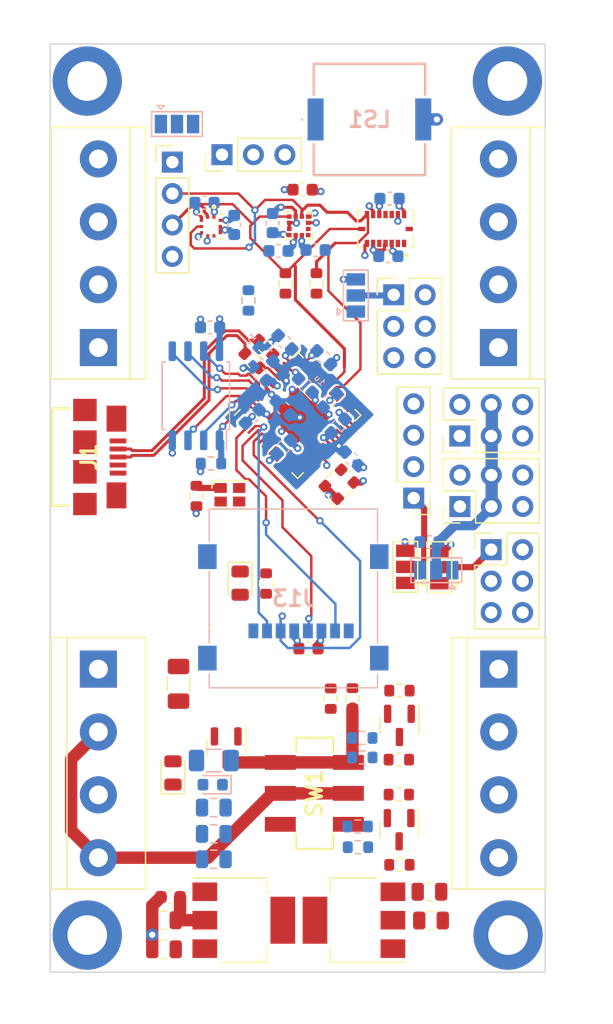
<source format=kicad_pcb>
(kicad_pcb (version 20221018) (generator pcbnew)
  (layers (0 "F.Cu" signal) (1 "In1.Cu" signal) (2 "In2.Cu" signal) (31 "B.Cu" signal) (34 "B.Paste" user) (35 "F.Paste" user) (36 "B.SilkS" user "B.Silkscreen") (37 "F.SilkS" user "F.Silkscreen") (38 "B.Mask" user) (39 "F.Mask" user) (44 "Edge.Cuts" user))
  (net 0 "")
  (net 1 "+12V")
  (net 2 "GND")
  (net 3 "+3V3")
  (net 4 "+5V")
  (net 5 "/SERVO PWR")
  (net 6 "Net-(U3-C1)")
  (net 7 "+1V1")
  (net 8 "VBUS")
  (net 9 "Net-(D2-A)")
  (net 10 "Net-(D3-A)")
  (net 11 "/LEDRED")
  (net 12 "/LEDGREEN")
  (net 13 "/LEDBLUE")
  (net 14 "Net-(Q1-S)")
  (net 15 "+12P")
  (net 16 "Net-(F2-Pad2)")
  (net 17 "/USB_D-")
  (net 18 "/USB_D+")
  (net 20 "/GPIO26")
  (net 21 "+BATT")
  (net 22 "/SPI PWR")
  (net 23 "/SPI0 SCLK")
  (net 24 "/SPI0 MOSI")
  (net 25 "/SPI0 MISO")
  (net 26 "/BRKOUT CS")
  (net 27 "/PYRO PWR")
  (net 28 "/P2-")
  (net 29 "/P1-")
  (net 30 "/SWD PWR")
  (net 31 "/SWCLK")
  (net 32 "/SWD")
  (net 33 "/RUN")
  (net 34 "/SERVO4")
  (net 35 "/SERVO3")
  (net 36 "/SERVO2")
  (net 37 "/SERVO1")
  (net 38 "/I2C PWR")
  (net 39 "/I2C1 SDA")
  (net 40 "/I2C1 SCL")
  (net 41 "/UART PWR")
  (net 42 "/UART0 TX")
  (net 43 "/UART0 RX")
  (net 44 "/BOOTSEL")
  (net 46 "/SD CS")
  (net 52 "/BUZZER")
  (net 53 "/P2 EN")
  (net 54 "Net-(Q2-D)")
  (net 55 "/P1 EN")
  (net 56 "Net-(Q3-D)")
  (net 57 "/P1 CONT")
  (net 58 "/P2 CONT")
  (net 59 "/BATT SENSE")
  (net 60 "/QSPI_SS")
  (net 61 "Net-(U6-USB_DP)")
  (net 62 "Net-(U6-USB_DM)")
  (net 65 "/MAG INT")
  (net 66 "/MAG DRDY")
  (net 67 "/BARO INT")
  (net 68 "/QSPI_SD1")
  (net 69 "/QSPI_SD2")
  (net 70 "/QSPI_SDO")
  (net 71 "/QSPI_SCLK")
  (net 72 "/QSPI_SD3")
  (net 73 "/XIN")
  (net 75 "/ACCEL INT1")
  (net 76 "/ACCEL INT2")
  (net 77 "/GYRO INT3")
  (net 78 "/GYRO INT4")
  (net 81 "+12VA")
  (footprint "Connector_PinHeader_2.54mm:PinHeader_2x03_P2.54mm_Vertical" (layer "F.Cu") (at 135.535 103.01)
    (fp_text reference "J4")
    (fp_text value "Conn_02x03_Odd_Even")
  )
  (footprint "Connector_PinHeader_2.54mm:PinHeader_1x03_P2.54mm_Vertical" (layer "F.Cu") (at 113.785 71.1 90)
    (fp_text reference "J12")
    (fp_text value "Conn_01x03")
  )
  (footprint "Diode_SMD:D_0805_2012Metric" (layer "F.Cu") (at 109.825 121.05 90)
    (fp_text reference "D1")
    (fp_text value "D_Small")
  )
  (footprint "SnapEDA Library:XDCR_BMP390L" (layer "F.Cu") (at 112.8875 76.9)
    (fp_text reference "U4")
    (fp_text value "BMP390L")
  )
  (footprint "Package_TO_SOT_SMD:SOT-23" (layer "F.Cu") (at 128.1 125.6375 -90)
    (fp_text reference "Q3")
    (fp_text value "BSS138")
  )
  (footprint "Capacitor_SMD:C_0603_1608Metric" (layer "F.Cu") (at 120.775 111 180)
    (fp_text reference "C14")
    (fp_text value "1u")
  )
  (footprint "Package_TO_SOT_SMD:SOT-223-3_TabPin2" (layer "F.Cu") (at 115.55 132.95)
    (fp_text reference "U1")
    (fp_text value "AZ1117-3.3")
  )
  (footprint "Package_LGA:LGA-12_2x2mm_P0.5mm" (layer "F.Cu") (at 119.9875 76.85)
    (fp_text reference "U3")
    (fp_text value "LIS3MDL")
  )
  (footprint "Connector_PinHeader_2.54mm:PinHeader_1x04_P2.54mm_Vertical" (layer "F.Cu") (at 109.775 71.7)
    (fp_text reference "J10")
    (fp_text value "Conn_01x04")
  )
  (footprint "LED_SMD:LED_0805_2012Metric" (layer "F.Cu") (at 115.25 105.7125 -90)
    (fp_text reference "D2")
    (fp_text value "LED")
  )
  (footprint "Resistor_SMD:R_0603_1608Metric" (layer "F.Cu") (at 128.125 114.4)
    (fp_text reference "R2")
    (fp_text value "470R")
  )
  (footprint "TerminalBlock:TerminalBlock_bornier-4_P5.08mm" (layer "F.Cu") (at 136.15 112.66 -90)
    (fp_text reference "J6")
    (fp_text value "Screw_Terminal_01x04")
  )
  (footprint "Capacitor_SMD:C_0805_2012Metric" (layer "F.Cu") (at 130.55 130.65)
    (fp_text reference "C4")
    (fp_text value "10u")
  )
  (footprint "Resistor_SMD:R_0603_1608Metric" (layer "F.Cu") (at 128.075 119.975 180)
    (fp_text reference "R4")
    (fp_text value "10R")
  )
  (footprint "Connector_PinHeader_2.54mm:PinHeader_1x04_P2.54mm_Vertical" (layer "F.Cu") (at 129.275 98.845 180)
    (fp_text reference "J11")
    (fp_text value "Conn_01x04")
  )
  (footprint "SamacSys_Parts:JS202011SCQN" (layer "F.Cu") (at 121.25 122.7 90)
    (fp_text reference "SW1")
    (fp_text value "SW_Push_DPDT" hide)
  )
  (footprint "MountingHole:MountingHole_3.2mm_M3_DIN965_Pad" (layer "F.Cu") (at 136.9 134.15)
    (fp_text reference "H3")
    (fp_text value "MountingHole_Pad")
  )
  (footprint "Resistor_SMD:R_0603_1608Metric" (layer "F.Cu") (at 124.325 115.025 90)
    (fp_text reference "R10")
    (fp_text value "20k")
  )
  (footprint "TerminalBlock:TerminalBlock_bornier-4_P5.08mm" (layer "F.Cu") (at 103.8 112.66 -90)
    (fp_text reference "J3")
    (fp_text value "Screw_Terminal_01x04")
  )
  (footprint "MountingHole:MountingHole_3.2mm_M3_DIN965_Pad" (layer "F.Cu") (at 102.9 134.15)
    (fp_text reference "H4")
    (fp_text value "MountingHole_Pad")
  )
  (footprint "Resistor_SMD:R_0603_1608Metric" (layer "F.Cu") (at 128.075 122.8)
    (fp_text reference "R3")
    (fp_text value "470R")
  )
  (footprint "MountingHole:MountingHole_3.2mm_M3_DIN965_Pad" (layer "F.Cu") (at 136.85 65.15)
    (fp_text reference "H2")
    (fp_text value "MountingHole_Pad")
  )
  (footprint "Oscillator:Oscillator_SMD_ECS_2520MV-xxx-xx-4Pin_2.5x2.0mm" (layer "F.Cu") (at 123.275 97.725 135)
    (fp_text reference "X1")
    (fp_text value "ECS-2520MV-xxx-xx")
  )
  (footprint "Package_TO_SOT_SMD:SOT-23" (layer "F.Cu") (at 114.125 119.0375 -90)
    (fp_text reference "Q1")
    (fp_text value "AO3401A")
  )
  (footprint "TerminalBlock:TerminalBlock_bornier-4_P5.08mm" (layer "F.Cu") (at 136.125 86.68 90)
    (fp_text reference "J5")
    (fp_text value "Screw_Terminal_01x04")
  )
  (footprint "Resistor_SMD:R_0603_1608Metric" (layer "F.Cu") (at 121.425 81.5 90)
    (fp_text reference "R18")
    (fp_text value "2k2")
  )
  (footprint "Package_TO_SOT_SMD:SOT-223-3_TabPin2" (layer "F.Cu") (at 124.45 132.95 180)
    (fp_text reference "U2")
    (fp_text value "AZ1117-5.0")
  )
  (footprint "Resistor_SMD:R_0603_1608Metric" (layer "F.Cu") (at 111.725 98.675 -90)
    (fp_text reference "R12")
    (fp_text value "R_Small")
  )
  (footprint "Capacitor_SMD:C_0805_2012Metric" (layer "F.Cu") (at 130.675 132.975)
    (fp_text reference "C8")
    (fp_text value "22u")
  )
  (footprint "Jumper:SolderJumper-3_P1.3mm_Open_Pad1.0x1.5mm" (layer "F.Cu") (at 128.6 104.4 90)
    (fp_text reference "JP4")
    (fp_text value "SolderJumper_3_Open")
  )
  (footprint "SnapEDA Library:PQFN50P450X300X100-16N" (layer "F.Cu") (at 127 77.1 180)
    (fp_text reference "U7")
    (fp_text value "BMI088")
  )
  (footprint "Resistor_SMD:R_0603_1608Metric" (layer "F.Cu") (at 117.35 105.75 90)
    (fp_text reference "R1")
    (fp_text value "1k")
  )
  (footprint "Capacitor_SMD:C_0603_1608Metric" (layer "F.Cu") (at 109.625 131.075 180)
    (fp_text reference "C3")
    (fp_text value "1u")
  )
  (footprint "Capacitor_SMD:C_0805_2012Metric" (layer "F.Cu") (at 109.1 132.95 180)
    (fp_text reference "C2")
    (fp_text value "22u")
  )
  (footprint "Resistor_SMD:R_0603_1608Metric" (layer "F.Cu") (at 118.915 81.5 90)
    (fp_text reference "R17")
    (fp_text value "2k2")
  )
  (footprint "MountingHole:MountingHole_3.2mm_M3_DIN965_Pad" (layer "F.Cu") (at 102.9 65.15)
    (fp_text reference "H1")
    (fp_text value "MountingHole_Pad")
  )
  (footprint "SamacSys_Parts:101181920001LF" (layer "F.Cu") (at 102.825 95.525 -90)
    (fp_text reference "J1")
    (fp_text value "USB_B_Micro" hide)
  )
  (footprint "Resistor_SMD:R_0603_1608Metric" (layer "F.Cu") (at 116.225 87.741637 -45)
    (fp_text reference "R15")
    (fp_text value "27R")
  )
  (footprint "Connector_PinHeader_2.54mm:PinHeader_2x03_P2.54mm_Vertical" (layer "F.Cu") (at 133.01 99.525 90)
    (fp_text reference "J9")
    (fp_text value "Conn_02x03_Odd_Even")
  )
  (footprint "Package_DFN_QFN:QFN-56-1EP_7x7mm_P0.4mm_EP3.2x3.2mm" (layer "F.Cu") (at 119.9 92.15 45)
    (fp_text reference "U6")
    (fp_text value "RP2040")
  )
  (footprint "LED_SMD:LED_Cree-PLCC4_2x2mm_CW" (layer "F.Cu") (at 114.425 98.575)
    (fp_text reference "D3")
    (fp_text value "CLV1L-FKB")
  )
  (footprint "TerminalBlock:TerminalBlock_bornier-4_P5.08mm" (layer "F.Cu") (at 103.8 86.68 90)
    (fp_text reference "J2")
    (fp_text value "Screw_Terminal_01x04")
  )
  (footprint "Connector_PinHeader_2.54mm:PinHeader_2x03_P2.54mm_Vertical" (layer "F.Cu") (at 127.66 82.42)
    (fp_text reference "J7")
    (fp_text value "Conn_02x03_Odd_Even")
  )
  (footprint "Capacitor_SMD:C_0805_2012Metric" (layer "F.Cu") (at 109.1 135.3 180)
    (fp_text reference "C1")
    (fp_text value "10u")
  )
  (footprint "Fuse:Fuse_1206_3216Metric" (layer "F.Cu") (at 110.275 113.85 90)
    (fp_text reference "F1")
    (fp_text value "2a")
  )
  (footprint "Package_TO_SOT_SMD:SOT-23" (layer "F.Cu") (at 128.125 117.2125 -90)
    (fp_text reference "Q2")
    (fp_text value "BSS138")
  )
  (footprint "Connector_PinHeader_2.54mm:PinHeader_2x03_P2.54mm_Vertical" (layer "F.Cu") (at 133 93.825 90)
    (fp_text reference "J8")
    (fp_text value "Conn_02x03_Odd_Even")
  )
  (footprint "Jumper:SolderJumper-3_P1.3mm_Open_Pad1.0x1.5mm" (layer "F.Cu") (at 131.35 104.425 90)
    (fp_text reference "JP3")
    (fp_text value "SolderJumper_3_Open")
  )
  (footprint "Resistor_SMD:R_0603_1608Metric" (layer "F.Cu") (at 128.125 128.475 180)
    (fp_text reference "R5")
    (fp_text value "10R")
  )
  (footprint "Resistor_SMD:R_0603_1608Metric" (layer "F.Cu") (at 117.306676 86.675 135)
    (fp_text reference "R16")
    (fp_text value "27R")
  )
  (footprint "Capacitor_SMD:C_0603_1608Metric" (layer "F.Cu") (at 120.3 73.925 180)
    (fp_text reference "C10")
    (fp_text value "1u")
  )
  (footprint "Resistor_SMD:R_0603_1608Metric" (layer "F.Cu") (at 122.575 115.05 -90)
    (fp_text reference "R11")
    (fp_text value "6k")
  )
  (footprint "Jumper:SolderJumper-3_P1.3mm_Open_Pad1.0x1.5mm" (layer "B.Cu") (at 124.6 82.475 90)
    (fp_text reference "JP5")
    (fp_text value "SolderJumper_3_Open")
  )
  (footprint "Capacitor_SMD:C_0603_1608Metric" (layer "B.Cu") (at 127.325 74.65)
    (fp_text reference "C26")
    (fp_text value "100nf")
  )
  (footprint "Capacitor_SMD:C_0603_1608Metric" (layer "B.Cu") (at 117.875 76.625 90)
    (fp_text reference "C12")
    (fp_text value "100n")
  )
  (footprint "Capacitor_SMD:C_0603_1608Metric" (layer "B.Cu") (at 122.5 90.95 -135)
    (fp_text reference "C25")
    (fp_text value "100n")
  )
  (footprint "Package_SO:SOIC-8_5.23x5.23mm_P1.27mm" (layer "B.Cu") (at 111.675 90.575 90)
    (fp_text reference "U5")
    (fp_text value "W25Q128JVS")
  )
  (footprint "Capacitor_SMD:C_0603_1608Metric" (layer "B.Cu") (at 121.35 78.8)
    (fp_text reference "C13")
    (fp_text value "100n")
  )
  (footprint "Resistor_SMD:R_0603_1608Metric" (layer "B.Cu") (at 125.125 119.8)
    (fp_text reference "R7")
    (fp_text value "6k")
  )
  (footprint "Capacitor_SMD:C_0603_1608Metric" (layer "B.Cu") (at 127.225 79.3 180)
    (fp_text reference "C28")
    (fp_text value "100nf")
  )
  (footprint "Capacitor_SMD:C_0603_1608Metric" (layer "B.Cu") (at 112.375 74.975 180)
    (fp_text reference "C16")
    (fp_text value "100n")
  )
  (footprint "Capacitor_SMD:C_0603_1608Metric" (layer "B.Cu") (at 118.35 78.875 180)
    (fp_text reference "C11")
    (fp_text value "100n")
  )
  (footprint "Capacitor_SMD:C_0603_1608Metric" (layer "B.Cu") (at 112.825 85.05 180)
    (fp_text reference "C18")
    (fp_text value "100n")
  )
  (footprint "Jumper:SolderJumper-3_P1.3mm_Open_Pad1.0x1.5mm" (layer "B.Cu") (at 110.15 68.625)
    (fp_text reference "JP2")
    (fp_text value "SolderJumper_3_Open")
  )
  (footprint "SamacSys_Parts:MEM20670218000A" (layer "B.Cu") (at 119.55 111.775 180)
    (fp_text reference "J13")
    (fp_text value "MEM2067-02-180-00-A" hide)
  )
  (footprint "Resistor_SMD:R_0603_1608Metric" (layer "B.Cu") (at 124.775 127.05 180)
    (fp_text reference "R8")
    (fp_text value "20k")
  )
  (footprint "Capacitor_SMD:C_0805_2012Metric" (layer "B.Cu") (at 113.125 128.025)
    (fp_text reference "C5")
    (fp_text value "10u")
  )
  (footprint "Resistor_SMD:R_0603_1608Metric" (layer "B.Cu") (at 115.925 82.875 90)
    (fp_text reference "R13")
    (fp_text value "1k")
  )
  (footprint "SamacSys_Parts:PKMCS0909E4000R1" (layer "B.Cu") (at 125.7 68.25)
    (fp_text reference "LS1")
    (fp_text value "PKMCS0909E4000-R1" hide)
  )
  (footprint "Resistor_SMD:R_0603_1608Metric" (layer "B.Cu") (at 125.125 118.225 180)
    (fp_text reference "R6")
    (fp_text value "20k")
  )
  (footprint "Capacitor_SMD:C_0603_1608Metric" (layer "B.Cu") (at 122 87.5 -45)
    (fp_text reference "C23")
    (fp_text value "100n")
  )
  (footprint "Capacitor_SMD:C_0603_1608Metric" (layer "B.Cu") (at 123.175 93.025 45)
    (fp_text reference "C30")
    (fp_text value "100n")
  )
  (footprint "Jumper:SolderJumper-3_P1.3mm_Open_Pad1.0x1.5mm" (layer "B.Cu") (at 131.1 104.675 180)
    (fp_text reference "JP1")
    (fp_text value "SolderJumper_3_Open")
  )
  (footprint "Capacitor_SMD:C_0603_1608Metric" (layer "B.Cu") (at 116.225 92.25 45)
    (fp_text reference "C29")
    (fp_text value "100n")
  )
  (footprint "Capacitor_SMD:C_0603_1608Metric" (layer "B.Cu") (at 118.725 91.575 -45)
    (fp_text reference "C17")
    (fp_text value "100n")
  )
  (footprint "Fuse:Fuse_1206_3216Metric" (layer "B.Cu") (at 113.125 120.05)
    (fp_text reference "F2")
    (fp_text value "200ma")
  )
  (footprint "Resistor_SMD:R_0603_1608Metric" (layer "B.Cu") (at 112.9 96.05)
    (fp_text reference "R14")
    (fp_text value "DNF")
  )
  (footprint "Capacitor_SMD:C_0603_1608Metric" (layer "B.Cu") (at 114.775 76.775 -90)
    (fp_text reference "C19")
    (fp_text value "100n")
  )
  (footprint "Capacitor_SMD:C_0603_1608Metric" (layer "B.Cu") (at 124.275 95.675 -45)
    (fp_text reference "C15")
    (fp_text value "100n")
  )
  (footprint "Diode_SMD:D_0603_1608Metric" (layer "B.Cu") (at 113.0375 122 180)
    (fp_text reference "FB1")
    (fp_text value "FerriteBead_Small")
  )
  (footprint "Capacitor_SMD:C_0603_1608Metric" (layer "B.Cu") (at 130.55 102.4 180)
    (fp_text reference "C9")
    (fp_text value "1u")
  )
  (footprint "Capacitor_SMD:C_0805_2012Metric" (layer "B.Cu") (at 113.125 125.975)
    (fp_text reference "C6")
    (fp_text value "10u")
  )
  (footprint "Capacitor_SMD:C_0603_1608Metric" (layer "B.Cu") (at 117.35 87.225 135)
    (fp_text reference "C20")
    (fp_text value "1u")
  )
  (footprint "Resistor_SMD:R_0603_1608Metric" (layer "B.Cu") (at 124.749999 125.375)
    (fp_text reference "R9")
    (fp_text value "6k")
  )
  (footprint "Capacitor_SMD:C_0603_1608Metric" (layer "B.Cu") (at 118.875 86.25 135)
    (fp_text reference "C27")
    (fp_text value "100n")
  )
  (footprint "Capacitor_SMD:C_0603_1608Metric" (layer "B.Cu") (at 116.826992 88.801992 135)
    (fp_text reference "C22")
    (fp_text value "100n")
  )
  (footprint "Capacitor_SMD:C_0805_2012Metric" (layer "B.Cu") (at 113.125 123.85)
    (fp_text reference "C7")
    (fp_text value "1u")
  )
  (footprint "Capacitor_SMD:C_0603_1608Metric" (layer "B.Cu") (at 120.525 89.75 -45)
    (fp_text reference "C21")
    (fp_text value "1u")
  )
  (footprint "Capacitor_SMD:C_0603_1608Metric" (layer "B.Cu") (at 118.775 94.7 45)
    (fp_text reference "C24")
    (fp_text value "100n")
  )
  (gr_rect locked (start 99.9 62.15) (end 139.9 137.15) (stroke (width 0.1)) (fill none) (layer "Edge.Cuts"))
  (gr_text "1u\n" (at 116.675 85.825 45) (layer "B.SilkS") (effects (font (size 0.5 0.5) (thickness 0.1) bold) (justify left bottom mirror)))
  (gr_text "1u\n" (at 121.85 89.9 -45) (layer "B.SilkS") (effects (font (size 0.5 0.5) (thickness 0.1) bold) (justify left bottom mirror)))
  (segment (start 118.5 120.2) (end 124 120.2) (width 1) (layer "F.Cu") (net 1))
  (segment (start 114.625 120.2) (end 118.5 120.2) (width 1) (layer "F.Cu") (net 1))
  (segment (start 124.325 119.875) (end 124 120.2) (width 1) (layer "F.Cu") (net 1))
  (segment (start 124.325 115.85) (end 124.325 119.875) (width 1) (layer "F.Cu") (net 1))
  (segment (start 114.625 120.2) (end 114.5 120.075) (width 1) (layer "F.Cu") (net 1))
  (segment (start 119.463754 91.713754) (end 119.9 92.15) (width 0.5) (layer "F.Cu") (net 2))
  (segment (start 119.463754 90.066376) (end 119.463754 91.713754) (width 0.5) (layer "F.Cu") (net 2))
  (segment (start 122.175 92.325) (end 122.425 92.075) (width 0.5) (layer "F.Cu") (net 2))
  (segment (start 128.5 75.935) (end 128.5 75.640498) (width 0.254) (layer "F.Cu") (net 2))
  (segment (start 127 78.265) (end 126.902 78.363) (width 0.254) (layer "F.Cu") (net 2))
  (segment (start 108.175 131.75) (end 108.15 131.75) (width 1) (layer "F.Cu") (net 2))
  (segment (start 126 75.641805) (end 125.685573 75.327378) (width 0.254) (layer "F.Cu") (net 2))
  (segment (start 119.7375 76.404) (end 119.7375 76.0875) (width 0.254) (layer "F.Cu") (net 2))
  (segment (start 126.902 78.363) (end 126.902 78.787) (width 0.254) (layer "F.Cu") (net 2))
  (segment (start 121.623573 95.287786) (end 122.25 95.914213) (width 0.2) (layer "F.Cu") (net 2))
  (segment (start 108.15 135.3) (end 108.15 132.95) (width 1) (layer "F.Cu") (net 2))
  (segment (start 118.825 73.925) (end 119.525 73.925) (width 0.5) (layer "F.Cu") (net 2))
  (segment (start 120.075 92.325) (end 122.175 92.325) (width 0.5) (layer "F.Cu") (net 2))
  (segment (start 119.725 92.325) (end 118.6 93.45) (width 0.5) (layer "F.Cu") (net 2))
  (segment (start 119.8 76.4665) (end 119.7375 76.404) (width 0.254) (layer "F.Cu") (net 2))
  (segment (start 128.5 75.640498) (end 128.1 75.240498) (width 0.254) (layer "F.Cu") (net 2))
  (segment (start 112.125 77.4) (end 112.125 77.46145) (width 0.254) (layer "F.Cu") (net 2))
  (segment (start 126.006932 78.271932) (end 126 78.265) (width 0.254) (layer "F.Cu") (net 2))
  (segment (start 119.7375 75.646) (end 119.4415 75.35) (width 0.254) (layer "F.Cu") (net 2))
  (segment (start 117.675 92.325) (end 117.4 92.05) (width 0.5) (layer "F.Cu") (net 2))
  (segment (start 126.902 78.787) (end 126.887268 78.801732) (width 0.254) (layer "F.Cu") (net 2))
  (segment (start 125.685573 75.327378) (end 125.685573 75.240638) (width 0.254) (layer "F.Cu") (net 2))
  (segment (start 120.075 92.325) (end 119.725 92.325) (width 0.5) (layer "F.Cu") (net 2))
  (segment (start 122.25 95.914213) (end 122.25 96.2) (width 0.2) (layer "F.Cu") (net 2))
  (segment (start 119.8 76.625) (end 119.775 76.6) (width 0.254) (layer "F.Cu") (net 2))
  (segment (start 114.014581 77.175) (end 114.024042 77.184461) (width 0.254) (layer "F.Cu") (net 2))
  (segment (start 124.441726 97.583579) (end 125.066421 97.583579) (width 0.5) (layer "F.Cu") (net 2))
  (segment (start 119.7375 76.0875) (end 119.7375 75.646) (width 0.254) (layer "F.Cu") (net 2))
  (segment (start 119.775 76.6) (end 119.225 76.6) (width 0.254) (layer "F.Cu") (net 2))
  (segment (start 119.5415 76.6) (end 119.5415 76.6) (width 0.254) (layer "F.Cu") (net 2))
  (segment (start 113.65 76.9) (end 113.65 77.175) (width 0.254) (layer "F.Cu") (net 2))
  (segment (start 119.225 76.6) (end 119.225 77.083145) (width 0.254) (layer "F.Cu") (net 2))
  (segment (start 120.075 92.325) (end 117.675 92.325) (width 0.5) (layer "F.Cu") (net 2))
  (segment (start 113.65 77.175) (end 113.65 77.4) (width 0.254) (layer "F.Cu") (net 2))
  (segment (start 120.075 92.325) (end 121.25 91.15) (width 0.5) (layer "F.Cu") (net 2))
  (segment (start 108.15 131.75) (end 108.15 132.95) (width 1) (layer "F.Cu") (net 2))
  (segment (start 113.65 77.175) (end 114.014581 77.175) (width 0.254) (layer "F.Cu") (net 2))
  (segment (start 112.125 76.125) (end 111.725 75.725) (width 0.254) (layer "F.Cu") (net 2))
  (segment (start 126.887268 78.801732) (end 126.006932 78.801732) (width 0.254) (layer "F.Cu") (net 2))
  (segment (start 112.125 76.4) (end 112.125 76.125) (width 0.254) (layer "F.Cu") (net 2))
  (segment (start 119.4415 75.35) (end 118.55 75.35) (width 0.254) (layer "F.Cu") (net 2))
  (segment (start 121.55 111) (end 121.55 110.55) (width 0.5) (layer "F.Cu") (net 2))
  (segment (start 108.85 131.075) (end 108.175 131.75) (width 1) (layer "F.Cu") (net 2))
  (segment (start 119.8 76.625) (end 119.8 76.4665) (width 0.254) (layer "F.Cu") (net 2))
  (segment (start 121.55 110.55) (end 121.75 110.35) (width 0.5) (layer "F.Cu") (net 2))
  (segment (start 125.066421 97.583579) (end 125.2 97.45) (width 0.5) (layer "F.Cu") (net 2))
  (segment (start 126 75.935) (end 126 75.641805) (width 0.254) (layer "F.Cu") (net 2))
  (segment (start 112.125 77.46145) (end 111.865811 77.720639) (width 0.254) (layer "F.Cu") (net 2))
  (segment (start 126.006932 78.801732) (end 126.006932 78.271932) (width 0.254) (layer "F.Cu") (net 2))
  (segment (start 120.75 76.6) (end 121.4 76.6) (width 0.254) (layer "F.Cu") (net 2))
  (via (at 114.024042 77.184461) (size 0.6) (drill 0.3) (layers "F.Cu" "B.Cu") (net 2))
  (via (at 112.05 84.4) (size 0.6) (drill 0.3) (layers "F.Cu" "B.Cu") (net 2))
  (via (at 121.75 110.35) (size 0.6) (drill 0.3) (layers "F.Cu" "B.Cu") (net 2))
  (via (at 119.9 94.825) (size 0.6) (drill 0.3) (layers "F.Cu" "B.Cu") (net 2))
  (via (at 121.325 90.925) (size 0.6) (drill 0.3) (layers "F.Cu" "B.Cu") (net 2))
  (via (at 111.725 75.725) (size 0.6) (drill 0.3) (layers "F.Cu" "B.Cu") (net 2))
  (via (at 108.15 134.125) (size 1) (drill 0.5) (layers "F.Cu" "B.Cu") (net 2))
  (via (at 117.723252 86.258424) (size 0.6) (drill 0.3) (layers "F.Cu" "B.Cu") (net 2))
  (via (at 125.685573 75.240638) (size 0.6) (drill 0.3) (layers "F.Cu" "B.Cu") (net 2))
  (via (at 119.8 76.625) (size 0.6) (drill 0.3) (layers "F.Cu" "B.Cu") (net 2))
  (via (at 109.775 95.2) (size 0.6) (drill 0.3) (layers "F.Cu" "B.Cu") (net 2))
  (via (at 111.865811 77.720639) (size 0.6) (drill 0.3) (layers "F.Cu" "B.Cu") (net 2))
  (via (at 123.25 91.925) (size 0.6) (drill 0.3) (layers "F.Cu" "B.Cu") (net 2))
  (via (at 122.425 92.075) (size 0.6) (drill 0.3) (layers "F.Cu" "B.Cu") (net 2))
  (via (at 125.2 97.45) (size 0.6) (drill 0.3) (layers "F.Cu" "B.Cu") (net 2))
  (via (at 115.5 88.35) (size 0.6) (drill 0.3) (layers "F.Cu" "B.Cu") (net 2))
  (via (at 122.25 96.2) (size 0.6) (drill 0.3) (layers "F.Cu" "B.Cu") (net 2))
  (via (at 123.05 87.5) (size 0.6) (drill 0.3) (layers "F.Cu" "B.Cu") (net 2))
  (via (at 119.463754 90.066376) (size 0.6) (drill 0.3) (layers "F.Cu" "B.Cu") (net 2))
  (via (at 125.225 96.375) (size 0.6) (drill 0.3) (layers "F.Cu" "B.Cu") (net 2))
  (via (at 117.4 92.05) (size 0.6) (drill 0.3) (layers "F.Cu" "B.Cu") (net 2))
  (via (at 118.825 73.925) (size 0.6) (drill 0.3) (layers "F.Cu" "B.Cu") (net 2))
  (via (at 121.4 76.6) (size 0.6) (drill 0.3) (layers "F.Cu" "B.Cu") (net 2))
  (via (at 118.6 93.45) (size 0.6) (drill 0.3) (layers "F.Cu" "B.Cu") (net 2))
  (via (at 126.006932 78.801732) (size 0.6) (drill 0.3) (layers "F.Cu" "B.Cu") (net 2))
  (via (at 128.1 75.240498) (size 0.6) (drill 0.3) (layers "F.Cu" "B.Cu") (net 2))
  (via (at 120.075 92.325) (size 0.6) (drill 0.3) (layers "F.Cu" "B.Cu") (net 2))
  (via (at 118.55 75.35) (size 0.6) (drill 0.3) (layers "F.Cu" "B.Cu") (net 2))
  (via (at 131.15 68.25) (size 1) (drill 0.5) (layers "F.Cu" "B.Cu") (net 2))
  (segment (start 126.006932 78.801732) (end 126.006932 78.856932) (width 0.5) (layer "B.Cu") (net 2))
  (segment (start 118.55 75.35) (end 118.375 75.35) (width 0.5) (layer "B.Cu") (net 2))
  (segment (start 122.548008 88.048008) (end 122.548008 88.001992) (width 0.5) (layer "B.Cu") (net 2))
  (segment (start 121.325 90.55) (end 121.073008 90.298008) (width 0.5) (layer "B.Cu") (net 2))
  (segment (start 114.409461 77.184461) (end 114.775 77.55) (width 0.5) (layer "B.Cu") (net 2))
  (segment (start 130.05 68.25) (end 131.15 68.25) (width 1) (layer "B.Cu") (net 2))
  (segment (start 117.2 92.05) (end 116.775 91.625) (width 0.5) (layer "B.Cu") (net 2))
  (segment (start 115.596016 88.253984) (end 116.278984 88.253984) (width 0.5) (layer "B.Cu") (net 2))
  (segment (start 123.723008 92.476992) (end 123.723008 92.398008) (width 0.5) (layer "B.Cu") (net 2))
  (segment (start 118.279684 85.701992) (end 117.723252 86.258424) (width 0.5) (layer "B.Cu") (net 2))
  (segment (start 118.326992 85.701992) (end 118.279684 85.701992) (width 0.5) (layer "B.Cu") (net 2))
  (segment (start 126.006932 78.856932) (end 126.45 79.3) (width 0.5) (layer "B.Cu") (net 2))
  (segment (start 121.901992 91.548008) (end 121.901992 91.551992) (width 0.5) (layer "B.Cu") (net 2))
  (segment (start 119.9 94.825) (end 119.323008 94.248008) (width 0.5) (layer "B.Cu") (net 2))
  (segment (start 114.024042 77.184461) (end 114.409461 77.184461) (width 0.5) (layer "B.Cu") (net 2))
  (segment (start 112.05 85.05) (end 112.05 84.4) (width 0.5) (layer "B.Cu") (net 2))
  (segment (start 123.723008 92.398008) (end 123.25 91.925) (width 0.5) (layer "B.Cu") (net 2))
  (segment (start 118.375 75.35) (end 117.875 75.85) (width 0.5) (layer "B.Cu") (net 2))
  (segment (start 121.75 110.35) (end 121.75 109.65) (width 0.5) (layer "B.Cu") (net 2))
  (segment (start 109.77 94.175) (end 109.77 95.195) (width 0.2) (layer "B.Cu") (net 2))
  (segment (start 111.725 75.1) (end 111.6 74.975) (width 0.5) (layer "B.Cu") (net 2))
  (segment (start 119.55 92.325) (end 119.298008 92.073008) (width 0.5) (layer "B.Cu") (net 2))
  (segment (start 120.075 92.325) (end 119.55 92.325) (width 0.5) (layer "B.Cu") (net 2))
  (segment (start 115.5 88.35) (end 115.596016 88.253984) (width 0.5) (layer "B.Cu") (net 2))
  (segment (start 109.77 95.195) (end 109.775 95.2) (width 0.2) (layer "B.Cu") (net 2))
  (segment (start 117.304684 86.676992) (end 117.723252 86.258424) (width 0.5) (layer "B.Cu") (net 2))
  (segment (start 128.1 75.240498) (end 128.1 74.65) (width 0.5) (layer "B.Cu") (net 2))
  (segment (start 121.325 90.925) (end 121.325 90.55) (width 0.5) (layer "B.Cu") (net 2))
  (segment (start 124.823008 95.973008) (end 125.225 96.375) (width 0.5) (layer "B.Cu") (net 2))
  (segment (start 121.75 109.65) (end 121.825 109.575) (width 0.5) (layer "B.Cu") (net 2))
  (segment (start 114.024042 77.184461) (end 114.059461 77.184461) (width 0.254) (layer "B.Cu") (net 2))
  (segment (start 122.548008 88.001992) (end 123.05 87.5) (width 0.5) (layer "B.Cu") (net 2))
  (segment (start 117.4 92.05) (end 117.2 92.05) (width 0.5) (layer "B.Cu") (net 2))
  (segment (start 121.901992 91.551992) (end 122.425 92.075) (width 0.5) (layer "B.Cu") (net 2))
  (segment (start 124.573008 95.973008) (end 124.823008 95.973008) (width 0.5) (layer "B.Cu") (net 2))
  (segment (start 111.725 75.725) (end 111.725 75.1) (width 0.5) (layer "B.Cu") (net 2))
  (segment (start 116.801992 86.676992) (end 117.304684 86.676992) (width 0.5) (layer "B.Cu") (net 2))
  (segment (start 119.323008 94.248008) (end 119.323008 94.151992) (width 0.5) (layer "B.Cu") (net 2))
  (segment (start 117.625 95.8) (end 117.664213 95.8) (width 0.2) (layer "F.Cu") (net 3))
  (segment (start 119.726121 88.679366) (end 119.540635 88.679366) (width 0.2) (layer "F.Cu") (net 3))
  (segment (start 120.75 76.1) (end 121.001846 76.1) (width 0.254) (layer "F.Cu") (net 3))
  (segment (start 118.425 89.875) (end 118.15 89.875) (width 0.2) (layer "F.Cu") (net 3))
  (segment (start 111.65 99.4625) (end 111.65 100.0375) (width 0.5) (layer "F.Cu") (net 3))
  (segment (start 120.970873 87.406871) (end 120.966174 87.406871) (width 0.2) (layer "F.Cu") (net 3))
  (segment (start 113.65 76.4) (end 114.093575 76.4) (width 0.254) (layer "F.Cu") (net 3))
  (segment (start 122.108274 97.866421) (end 123.133579 98.891726) (width 0.5) (layer "F.Cu") (net 3))
  (segment (start 114.093575 76.4) (end 114.104553 76.389022) (width 0.254) (layer "F.Cu") (net 3))
  (segment (start 131.35 103.125) (end 131.75 103.125) (width 0.5) (layer "F.Cu") (net 3))
  (segment (start 126.503025 75.931975) (end 126.5 75.935) (width 0.254) (layer "F.Cu") (net 3))
  (segment (start 119.859463 110.859463) (end 120 111) (width 0.5) (layer "F.Cu") (net 3))
  (segment (start 117.893585 89.343585) (end 118.425 89.875) (width 0.2) (layer "F.Cu") (net 3))
  (segment (start 121.775 74.075) (end 121.225 74.075) (width 0.5) (layer "F.Cu") (net 3))
  (segment (start 120.2375 78.0625) (end 120.225 78.075) (width 0.254) (layer "F.Cu") (net 3))
  (segment (start 119.7375 77.9875) (end 119.55 78.175) (width 0.254) (layer "F.Cu") (net 3))
  (segment (start 125.333971 78.431029) (end 125.333971 79.233389) (width 0.254) (layer "F.Cu") (net 3))
  (segment (start 128 76.463411) (end 127.99716 76.466251) (width 0.254) (layer "F.Cu") (net 3))
  (segment (start 116.123045 92.25) (end 115.630843 92.742202) (width 0.2) (layer "F.Cu") (net 3))
  (segment (start 118.914646 87.3276) (end 118.914646 87.487691) (width 0.2) (layer "F.Cu") (net 3))
  (segment (start 117.610742 89.577899) (end 117.901573 89.86873) (width 0.2) (layer "F.Cu") (net 3))
  (segment (start 122.5 90.95) (end 122.514213 90.95) (width 0.2) (layer "F.Cu") (net 3))
  (segment (start 119.859463 110.356042) (end 119.859463 110.859463) (width 0.5) (layer "F.Cu") (net 3))
  (segment (start 121.001846 76.1) (end 121.294335 75.807511) (width 0.254) (layer "F.Cu") (net 3))
  (segment (start 118.914646 87.487691) (end 119.307798 87.880843) (width 0.2) (layer "F.Cu") (net 3))
  (segment (start 121.225 74.075) (end 121.075 73.925) (width 0.5) (layer "F.Cu") (net 3))
  (segment (start 111.65 100.0375) (end 111.7 100.0875) (width 0.5) (layer "F.Cu") (net 3))
  (segment (start 122.472101 94.439258) (end 121.99866 93.965817) (width 0.2) (layer "F.Cu") (net 3))
  (segment (start 120.2375 77.6125) (end 120.2375 78.0625) (width 0.254) (layer "F.Cu") (net 3))
  (segment (start 118.41873 89.86873) (end 118.425 89.875) (width 0.2) (layer "F.Cu") (net 3))
  (segment (start 113.1375 76.1375) (end 113.1375 75.749796) (width 0.254) (layer "F.Cu") (net 3))
  (segment (start 128.6 103.1) (end 128.6 102.4) (width 0.5) (layer "F.Cu") (net 3))
  (segment (start 117.901573 89.86873) (end 118.41873 89.86873) (width 0.2) (layer "F.Cu") (net 3))
  (segment (start 127.5 78.796111) (end 127.5 78.265) (width 0.254) (layer "F.Cu") (net 3))
  (segment (start 117.893585 89.295056) (end 117.893585 89.343585) (width 0.2) (layer "F.Cu") (net 3))
  (segment (start 119.540635 88.679366) (end 119.024955 88.163686) (width 0.2) (layer "F.Cu") (net 3))
  (segment (start 128.6 102.4) (end 128.575 102.375) (width 0.5) (layer "F.Cu") (net 3))
  (segment (start 118.15 89.875) (end 118.149502 89.875498) (width 0.2) (layer "F.Cu") (net 3))
  (segment (start 122.514213 90.95) (end 123.037786 90.426427) (width 0.2) (layer "F.Cu") (net 3))
  (segment (start 113.1375 75.749796) (end 113.172543 75.714753) (width 0.254) (layer "F.Cu") (net 3))
  (segment (start 110.4 132.6) (end 110.05 132.95) (width 1) (layer "F.Cu") (net 3))
  (segment (start 117.664213 95.8) (end 118.176427 95.287786) (width 0.2) (layer "F.Cu") (net 3))
  (segment (start 131.75 103.125) (end 132.275 102.6) (width 0.5) (layer "F.Cu") (net 3))
  (segment (start 116.225 92.25) (end 116.123045 92.25) (width 0.2) (layer "F.Cu") (net 3))
  (segment (start 128 75.935) (end 128 76.463411) (width 0.254) (layer "F.Cu") (net 3))
  (segment (start 119.7375 77.6125) (end 119.7375 77.9875) (width 0.254) (layer "F.Cu") (net 3))
  (segment (start 126.503025 75.258118) (end 126.503025 75.931975) (width 0.254) (layer "F.Cu") (net 3))
  (segment (start 120.966174 87.406871) (end 120.492202 87.880843) (width 0.2) (layer "F.Cu") (net 3))
  (segment (start 125.5 78.265) (end 125.333971 78.431029) (width 0.254) (layer "F.Cu") (net 3))
  (segment (start 112.6375 77.6625) (end 112.6375 78.014022) (width 0.254) (layer "F.Cu") (net 3))
  (segment (start 110.05 132.95) (end 112.4 132.95) (width 1) (layer "F.Cu") (net 3))
  (segment (start 119.726121 88.679366) (end 119.720239 88.679366) (width 0.254) (layer "F.Cu") (net 3))
  (segment (start 110.4 131.075) (end 110.4 132.6) (width 1) (layer "F.Cu") (net 3))
  (segment (start 112.6375 78.014022) (end 112.588104 78.063418) (width 0.254) (layer "F.Cu") (net 3))
  (segment (start 127.577451 78.873562) (end 127.5 78.796111) (width 0.254) (layer "F.Cu") (net 3))
  (via (at 127.99716 76.466251) (size 0.6) (drill 0.3) (layers "F.Cu" "B.Cu") (net 3))
  (via (at 118.914646 87.3276) (size 0.6) (drill 0.3) (layers "F.Cu" "B.Cu") (net 3))
  (via (at 122.5 90.95) (size 0.6) (drill 0.3) (layers "F.Cu" "B.Cu") (net 3))
  (via (at 114.104553 76.389022) (size 0.6) (drill 0.3) (layers "F.Cu" "B.Cu") (net 3))
  (via (at 127.577451 78.873562) (size 0.6) (drill 0.3) (layers "F.Cu" "B.Cu") (net 3))
  (via (at 120.225 78.075) (size 0.6) (drill 0.3) (layers "F.Cu" "B.Cu") (net 3))
  (via (at 117.625 95.8) (size 0.6) (drill 0.3) (layers "F.Cu" "B.Cu") (net 3))
  (via (at 125.333971 79.233389) (size 0.6) (drill 0.3) (layers "F.Cu" "B.Cu") (net 3))
  (via (at 128.575 102.375) (size 0.6) (drill 0.3) (layers "F.Cu" "B.Cu") (net 3))
  (via (at 116.225 92.25) (size 0.6) (drill 0.3) (layers "F.Cu" "B.Cu") (net 3))
  (via (at 119.55 78.175) (size 0.6) (drill 0.3) (layers "F.Cu" "B.Cu") (net 3))
  (via (at 126.503025 75.258118) (size 0.6) (drill 0.3) (layers "F.Cu" "B.Cu") (net 3))
  (via (at 121.294335 75.807511) (size 0.6) (drill 0.3) (layers "F.Cu" "B.Cu") (net 3))
  (via (at 123.6 81.175) (size 0.6) (drill 0.3) (layers "F.Cu" "B.Cu") (net 3))
  (via (at 113.6 84.375) (size 0.6) (drill 0.3) (layers "F.Cu" "B.Cu") (net 3))
  (via (at 119.726121 88.679366) (size 0.6) (drill 0.3) (layers "F.Cu" "B.Cu") (net 3))
  (via (at 112.588104 78.063418) (size 0.6) (drill 0.3) (layers "F.Cu" "B.Cu") (net 3))
  (via (at 122.4 98.6) (size 0.6) (drill 0.3) (layers "F.Cu" "B.Cu") (net 3))
  (via (at 121.99866 93.965817) (size 0.6) (drill 0.3) (layers "F.Cu" "B.Cu") (net 3))
  (via (at 121.025 87.325) (size 0.6) (drill 0.3) (layers "F.Cu" "B.Cu") (net 3))
  (via (at 112.05 96.7) (size 0.6) (drill 0.3) (layers "F.Cu" "B.Cu") (net 3))
  (via (at 121.775 74.075) (size 0.6) (drill 0.3) (layers "F.Cu" "B.Cu") (net 3))
  (via (at 132.275 102.6) (size 0.6) (drill 0.3) (layers "F.Cu" "B.Cu") (net 3))
  (via (at 118.25 89.775) (size 0.6) (drill 0.3) (layers "F.Cu" "B.Cu") (net 3))
  (via (at 111.7 100.0875) (size 0.6) (drill 0.3) (layers "F.Cu" "B.Cu") (net 3))
  (via (at 119.859463 110.356042) (size 0.6) (drill 0.3) (layers "F.Cu" "B.Cu") (net 3))
  (via (at 113.172543 75.714753) (size 0.6) (drill 0.3) (layers "F.Cu" "B.Cu") (net 3))
  (segment (start 117.625 95.8) (end 117.675 95.8) (width 0.5) (layer "B.Cu") (net 3))
  (segment (start 113.172543 75.714753) (end 113.172543 74.872543) (width 0.254) (layer "B.Cu") (net 3))
  (segment (start 127.577451 78.877451) (end 128 79.3) (width 0.5) (layer "B.Cu") (net 3))
  (segment (start 114.385978 76.389022) (end 114.775 76) (width 0.5) (layer "B.Cu") (net 3))
  (segment (start 113.6 86.955) (end 113.58 86.975) (width 0.5) (layer "B.Cu") (net 3))
  (segment (start 121.99866 93.965817) (end 122.234183 93.965817) (width 0.5) (layer "B.Cu") (net 3))
  (segment (start 115.676992 92.798008) (end 116.136612 92.338388) (width 0.5) (layer "B.Cu") (net 3))
  (segment (start 119.55 78.175) (end 119.55 78.45) (width 0.5) (layer "B.Cu") (net 3))
  (segment (start 123.282386 90.401992) (end 123.048008 90.401992) (width 0.5) (layer "B.Cu") (net 3))
  (segment (start 120.225 78.45) (end 120.575 78.8) (width 0.5) (layer "B.Cu") (net 3))
  (segment (start 114.635978 76.389022) (end 114.65 76.375) (width 0.254) (layer "B.Cu") (net 3))
  (segment (start 113.15 74.975) (end 113.15 75.69221) (width 0.5) (layer "B.Cu") (net 3))
  (segment (start 118.25 89.775) (end 117.825 89.35) (width 0.5) (layer "B.Cu") (net 3))
  (segment (start 119.55 78.45) (end 119.125 78.875) (width 0.5) (layer "B.Cu") (net 3))
  (segment (start 117.675 95.8) (end 118.226992 95.248008) (width 0.5) (layer "B.Cu") (net 3))
  (segment (start 113.172543 74.872543) (end 113.1 74.8) (width 0.254) (layer "B.Cu") (net 3))
  (segment (start 112.075 96.675) (end 112.05 96.7) (width 0.5) (layer "B.Cu") (net 3))
  (segment (start 117.825 89.35) (end 117.375 89.35) (width 0.5) (layer "B.Cu") (net 3))
  (segment (start 127.577451 78.873562) (end 127.577451 78.877451) (width 0.5) (layer "B.Cu") (net 3))
  (segment (start 122.234183 93.965817) (end 122.626992 93.573008) (width 0.5) (layer "B.Cu") (net 3))
  (segment (start 114.104553 76.389022) (end 114.385978 76.389022) (width 0.5) (layer "B.Cu") (net 3))
  (segment (start 113.15 75.69221) (end 113.172543 75.714753) (width 0.5) (layer "B.Cu") (net 3))
  (segment (start 121.078984 87.325) (end 121.451992 86.951992) (width 0.5) (layer "B.Cu") (net 3))
  (segment (start 120.225 78.075) (end 120.225 78.225) (width 0.254) (layer "B.Cu") (net 3))
  (segment (start 119.625 109.575) (end 119.625 110.121579) (width 0.5) (layer "B.Cu") (net 3))
  (segment (start 118.914646 87.3276) (end 118.914646 87.30637) (width 0.5) (layer "B.Cu") (net 3))
  (segment (start 126.55 74.65) (end 126.55 75.211143) (width 0.5) (layer "B.Cu") (net 3))
  (segment (start 120.225 78.075) (end 120.225 78.45) (width 0.5) (layer "B.Cu") (net 3))
  (segment (start 124.6 81.175) (end 123.6 81.175) (width 0.5) (layer "B.Cu") (net 3))
  (segment (start 121.025 87.325) (end 121.078984 87.325) (width 0.5) (layer "B.Cu") (net 3))
  (segment (start 113.6 85.05) (end 113.6 84.375) (width 0.5) (layer "B.Cu") (net 3))
  (segment (start 117.9 89.35) (end 117.375 89.35) (width 0.5) (layer "B.Cu") (net 3))
  (segment (start 126.55 75.211143) (end 126.503025 75.258118) (width 0.5) (layer "B.Cu") (net 3))
  (segment (start 120.225 78.225) (end 120.55 78.55) (width 0.254) (layer "B.Cu") (net 3))
  (segment (start 119.625 110.121579) (end 119.859463 110.356042) (width 0.5) (layer "B.Cu") (net 3))
  (segment (start 118.914646 87.30637) (end 119.423008 86.798008) (width 0.5) (layer "B.Cu") (net 3))
  (segment (start 112.075 96) (end 112.075 96.675) (width 0.5) (layer "B.Cu") (net 3))
  (segment (start 113.6 85.05) (end 113.6 86.955) (width 0.5) (layer "B.Cu") (net 3))
  (segment (start 114.104553 76.389022) (end 114.635978 76.389022) (width 0.254) (layer "B.Cu") (net 3))
  (segment (start 131.325 102.312563) (end 132.562563 101.075) (width 0.75) (layer "B.Cu") (net 5))
  (segment (start 135.59 93.89) (end 135.59 91.35) (width 1) (layer "B.Cu") (net 5))
  (segment (start 131.1 104.675) (end 131.1 102.625) (width 0.75) (layer "B.Cu") (net 5))
  (segment (start 132.562563 101.075) (end 134.09 101.075) (width 0.75) (layer "B.Cu") (net 5))
  (segment (start 134.09 101.075) (end 135.575 99.59) (width 0.75) (layer "B.Cu") (net 5))
  (segment (start 135.575 93.905) (end 135.59 93.89) (width 1) (layer "B.Cu") (net 5))
  (segment (start 131.1 102.625) (end 131.325 102.4) (width 0.75) (layer "B.Cu") (net 5))
  (segment (start 135.575 97.05) (end 135.575 93.905) (width 1) (layer "B.Cu") (net 5))
  (segment (start 131.325 102.4) (end 131.325 102.312563) (width 0.75) (layer "B.Cu") (net 5))
  (segment (start 135.575 99.59) (end 135.575 97.05) (width 1) (layer "B.Cu") (net 5))
  (segment (start 118.736034 77.537145) (end 119.162145 77.537145) (width 0.254) (layer "F.Cu") (net 6))
  (segment (start 119.162145 77.537145) (end 119.225 77.6) (width 0.254) (layer "F.Cu") (net 6))
  (via (at 118.736034 77.537145) (size 0.6) (drill 0.3) (layers "F.Cu" "B.Cu") (net 6))
  (segment (start 118.736034 77.537145) (end 118.012145 77.537145) (width 0.5) (layer "B.Cu") (net 6))
  (segment (start 118.012145 77.537145) (end 117.875 77.4) (width 0.5) (layer "B.Cu") (net 6))
  (segment (start 122.754944 94.156415) (end 122.754944 94.156416) (width 0.2) (layer "F.Cu") (net 7))
  (segment (start 119.018629 88.723044) (end 119.018629 89.306371) (width 0.2) (layer "F.Cu") (net 7))
  (segment (start 118.975 89.35) (end 119.1 89.225) (width 0.254) (layer "F.Cu") (net 7))
  (segment (start 118.742113 88.446528) (end 119.018629 88.723044) (width 0.2) (layer "F.Cu") (net 7))
  (segment (start 119.018629 89.306371) (end 118.975 89.35) (width 0.2) (layer "F.Cu") (net 7))
  (segment (start 117.327899 90.001114) (end 117.327899 89.860742) (width 0.2) (layer "F.Cu") (net 7))
  (segment (start 122.754944 94.156416) (end 123.228385 94.629857) (width 0.2) (layer "F.Cu") (net 7))
  (segment (start 117.795515 90.46873) (end 117.327899 90.001114) (width 0.2) (layer "F.Cu") (net 7))
  (via (at 118.975 89.35) (size 0.6) (drill 0.3) (layers "F.Cu" "B.Cu") (net 7))
  (via (at 117.795515 90.46873) (size 0.6) (drill 0.3) (layers "F.Cu" "B.Cu") (net 7))
  (via (at 123.228385 94.629857) (size 0.6) (drill 0.3) (layers "F.Cu" "B.Cu") (net 7))
  (segment (start 118.201992 90.976992) (end 118.201992 90.875207) (width 0.5) (layer "B.Cu") (net 7))
  (segment (start 123.726992 95.126992) (end 123.361175 95.126992) (width 0.5) (layer "B.Cu") (net 7))
  (segment (start 123.229857 94.629857) (end 123.726992 95.126992) (width 0.5) (layer "B.Cu") (net 7))
  (segment (start 123.228385 94.546615) (end 123.6 94.175) (width 0.5) (layer "B.Cu") (net 7))
  (segment (start 123.361175 95.126992) (end 122.95 94.715817) (width 0.5) (layer "B.Cu") (net 7))
  (segment (start 117.898008 87.773008) (end 118.425 88.3) (width 0.5) (layer "B.Cu") (net 7))
  (segment (start 118.201992 90.976992) (end 118.246751 91.021751) (width 0.75) (layer "B.Cu") (net 7))
  (segment (start 123.228385 94.629857) (end 123.229857 94.629857) (width 0.5) (layer "B.Cu") (net 7))
  (segment (start 123.142425 94.715817) (end 123.228385 94.629857) (width 0.5) (layer "B.Cu") (net 7))
  (segment (start 123.228385 94.629857) (end 123.228385 94.546615) (width 0.5) (layer "B.Cu") (net 7))
  (segment (start 122.95 94.715817) (end 123.142425 94.715817) (width 0.5) (layer "B.Cu") (net 7))
  (segment (start 118.425 88.3) (end 118.975 88.3) (width 0.5) (layer "B.Cu") (net 7))
  (segment (start 118.201992 90.875207) (end 117.795515 90.46873) (width 0.5) (layer "B.Cu") (net 7))
  (segment (start 111.9 98.025) (end 111.725 97.85) (width 0.5) (layer "F.Cu") (net 10))
  (segment (start 113.675 98.025) (end 111.9 98.025) (width 0.5) (layer "F.Cu") (net 10))
  (segment (start 112.35935 86.99603) (end 114.02103 85.33435) (width 0.2413) (layer "F.Cu") (net 17))
  (segment (start 112.35935 90.77103) (end 112.35935 86.99603) (width 0.2413) (layer "F.Cu") (net 17))
  (segment (start 115.15397 85.33435) (end 115.911257 86.091637) (width 0.2413) (layer "F.Cu") (net 17))
  (segment (start 106.531851 95.00935) (end 108.12103 95.00935) (width 0.2413) (layer "F.Cu") (net 17))
  (segment (start 105.385 94.875) (end 106.397501 94.875) (width 0.2413) (layer "F.Cu") (net 17))
  (segment (start 114.02103 85.33435) (end 115.15397 85.33435) (width 0.2413) (layer "F.Cu") (net 17))
  (segment (start 115.911257 86.091637) (end 116.723313 86.091637) (width 0.2413) (layer "F.Cu") (net 17))
  (segment (start 108.12103 95.00935) (end 112.35935 90.77103) (width 0.2413) (layer "F.Cu") (net 17))
  (segment (start 106.397501 94.875) (end 106.531851 95.00935) (width 0.2413) (layer "F.Cu") (net 17))
  (segment (start 106.397501 95.525) (end 106.531851 95.39065) (width 0.2413) (layer "F.Cu") (net 18))
  (segment (start 105.385 95.525) (end 106.397501 95.525) (width 0.2413) (layer "F.Cu") (net 18))
  (segment (start 112.74065 87.15397) (end 114.17897 85.71565) (width 0.2413) (layer "F.Cu") (net 18))
  (segment (start 106.531851 95.39065) (end 108.27897 95.39065) (width 0.2413) (layer "F.Cu") (net 18))
  (segment (start 114.17897 85.71565) (end 114.99603 85.71565) (width 0.2413) (layer "F.Cu") (net 18))
  (segment (start 112.74065 90.92897) (end 112.74065 87.15397) (width 0.2413) (layer "F.Cu") (net 18))
  (segment (start 108.27897 95.39065) (end 112.74065 90.92897) (width 0.2413) (layer "F.Cu") (net 18))
  (segment (start 114.99603 85.71565) (end 115.641637 86.361257) (width 0.2413) (layer "F.Cu") (net 18))
  (segment (start 115.641637 86.361257) (end 115.641637 87.158274) (width 0.2413) (layer "F.Cu") (net 18))
  (segment (start 117.85 122.7) (end 112.65 127.9) (width 1) (layer "F.Cu") (net 21))
  (segment (start 112.65 127.9) (end 103.8 127.9) (width 1) (layer "F.Cu") (net 21))
  (segment (start 118.5 122.7) (end 117.85 122.7) (width 1) (layer "F.Cu") (net 21))
  (segment (start 101.6 125.7) (end 101.6 119.94) (width 1) (layer "F.Cu") (net 21))
  (segment (start 101.6 119.94) (end 103.8 117.74) (width 1) (layer "F.Cu") (net 21))
  (segment (start 103.8 127.9) (end 101.6 125.7) (width 1) (layer "F.Cu") (net 21))
  (segment (start 124 122.7) (end 118.5 122.7) (width 1) (layer "F.Cu") (net 21))
  (segment (start 131.35 104.425) (end 134.12 104.425) (width 0.5) (layer "F.Cu") (net 22))
  (segment (start 134.12 104.425) (end 135.535 103.01) (width 0.5) (layer "F.Cu") (net 22))
  (segment (start 118.675 99.025) (end 118.675 101.2) (width 0.2) (layer "F.Cu") (net 23))
  (segment (start 115.45 95.8) (end 118.675 99.025) (width 0.2) (layer "F.Cu") (net 23))
  (segment (start 121 108.375) (end 120.8 108.575) (width 0.2) (layer "F.Cu") (net 23))
  (segment (start 115.45 94.620101) (end 115.45 95.8) (width 0.2) (layer "F.Cu") (net 23))
  (segment (start 118.675 101.2) (end 121 103.525) (width 0.2) (layer "F.Cu") (net 23))
  (segment (start 116.479371 93.59073) (end 115.45 94.620101) (width 0.2) (layer "F.Cu") (net 23))
  (segment (start 121 103.525) (end 121 108.375) (width 0.2) (layer "F.Cu") (net 23))
  (via (at 120.8 108.575) (size 0.6) (drill 0.3) (layers "F.Cu" "B.Cu") (net 23))
  (segment (start 120.8 108.575) (end 120.8 109.5) (width 0.2) (layer "B.Cu") (net 23))
  (segment (start 120.8 109.5) (end 120.725 109.575) (width 0.2) (layer "B.Cu") (net 23))
  (segment (start 121.7 100.675) (end 121.651471 100.675) (width 0.2) (layer "F.Cu") (net 24))
  (segment (start 116.35 95.373529) (end 116.35 94.285787) (width 0.2) (layer "F.Cu") (net 24))
  (segment (start 121.651471 100.675) (end 116.35 95.373529) (width 0.2) (layer "F.Cu") (net 24))
  (segment (start 116.35 94.285787) (end 116.762214 93.873573) (width 0.2) (layer "F.Cu") (net 24))
  (via (at 121.7 100.675) (size 0.6) (drill 0.3) (layers "F.Cu" "B.Cu") (net 24))
  (via (at 118.65 108.375) (size 0.6) (drill 0.3) (layers "F.Cu" "B.Cu") (net 24))
  (segment (start 124.093958 110.956042) (end 124.95 110.1) (width 0.2) (layer "B.Cu") (net 24))
  (segment (start 118.525 108.5) (end 118.65 108.375) (width 0.2) (layer "B.Cu") (net 24))
  (segment (start 119.106042 110.956042) (end 124.093958 110.956042) (width 0.2) (layer "B.Cu") (net 24))
  (segment (start 124.95 109.65) (end 124.95 103.925) (width 0.2) (layer "B.Cu") (net 24))
  (segment (start 124.95 110.1) (end 124.95 109.65) (width 0.2) (layer "B.Cu") (net 24))
  (segment (start 118.525 109.575) (end 118.525 108.5) (width 0.2) (layer "B.Cu") (net 24))
  (segment (start 118.525 109.575) (end 118.525 110.375) (width 0.2) (layer "B.Cu") (net 24))
  (segment (start 118.525 110.375) (end 119.106042 110.956042) (width 0.2) (layer "B.Cu") (net 24))
  (segment (start 124.95 103.925) (end 121.7 100.675) (width 0.2) (layer "B.Cu") (net 24))
  (segment (start 117.35 98.7) (end 115.975 97.325) (width 0.2) (layer "F.Cu") (net 25))
  (segment (start 115.7 97.325) (end 114.95 96.575) (width 0.2) (layer "F.Cu") (net 25))
  (segment (start 115.975 97.325) (end 115.7 97.325) (width 0.2) (layer "F.Cu") (net 25))
  (segment (start 117.35 100.825) (end 117.35 98.7) (width 0.2) (layer "F.Cu") (net 25))
  (segment (start 114.95 96.575) (end 114.95 93.988731) (width 0.2) (layer "F.Cu") (net 25))
  (segment (start 114.95 93.988731) (end 115.913686 93.025045) (width 0.2) (layer "F.Cu") (net 25))
  (via (at 117.35 100.825) (size 0.6) (drill 0.3) (layers "F.Cu" "B.Cu") (net 25))
  (segment (start 117.35 100.825) (end 117.35 101.8) (width 0.2) (layer "B.Cu") (net 25))
  (segment (start 122.95 107.4) (end 122.95 109.55) (width 0.2) (layer "B.Cu") (net 25))
  (segment (start 122.95 109.55) (end 122.925 109.575) (width 0.2) (layer "B.Cu") (net 25))
  (segment (start 117.35 101.8) (end 122.95 107.4) (width 0.2) (layer "B.Cu") (net 25))
  (segment (start 127.605 82.475) (end 127.66 82.42) (width 0.5) (layer "B.Cu") (net 30))
  (segment (start 124.6 82.475) (end 127.605 82.475) (width 0.5) (layer "B.Cu") (net 30))
  (segment (start 124.985 76.45) (end 125.5 75.935) (width 0.254) (layer "F.Cu") (net 39))
  (segment (start 116.45 75.575) (end 117.275 74.75) (width 0.2) (layer "F.Cu") (net 39))
  (segment (start 122.3875 82.105393) (end 122.3875 78.7875) (width 0.2) (layer "F.Cu") (net 39))
  (segment (start 120.2375 75.646) (end 120.2375 76.0875) (width 0.254) (layer "F.Cu") (net 39))
  (segment (start 124.625 76.45) (end 124.985 76.45) (width 0.254) (layer "F.Cu") (net 39))
  (segment (start 119.5 74.75) (end 120.31675 75.56675) (width 0.2) (layer "F.Cu") (net 39))
  (segment (start 120.7085 75.175) (end 120.31675 75.56675) (width 0.254) (layer "F.Cu") (net 39))
  (segment (start 124.975 84.692893) (end 122.3875 82.105393) (width 0.2) (layer "F.Cu") (net 39))
  (segment (start 122.9375 78.2375) (end 124.7625 78.2375) (width 0.2) (layer "F.Cu") (net 39))
  (segment (start 120.31675 75.56675) (end 120.2375 75.646) (width 0.254) (layer "F.Cu") (net 39))
  (segment (start 115.115 74.24) (end 109.775 74.24) (width 0.2) (layer "F.Cu") (net 39))
  (segment (start 117.275 74.75) (end 119.5 74.75) (width 0.2) (layer "F.Cu") (net 39))
  (segment (start 111.55 78.675) (end 115.875 78.675) (width 0.2) (layer "F.Cu") (net 39))
  (segment (start 125.58 77.42) (end 125.58 76.015) (width 0.2) (layer "F.Cu") (net 39))
  (segment (start 125.58 76.015) (end 125.5 75.935) (width 0.2) (layer "F.Cu") (net 39))
  (segment (start 122.754944 90.143585) (end 123.031461 89.867068) (width 0.2) (layer "F.Cu") (net 39))
  (segment (start 121.7 75.175) (end 120.7085 75.175) (width 0.254) (layer "F.Cu") (net 39))
  (segment (start 111.7875 76.9) (end 111.265811 77.421689) (width 0.2) (layer "F.Cu") (net 39))
  (segment (start 121.425 80.675) (end 121.425 79.75) (width 0.254) (layer "F.Cu") (net 39))
  (segment (start 123.532932 89.867068) (end 124.975 88.425) (width 0.2) (layer "F.Cu") (net 39))
  (segment (start 124.7625 78.2375) (end 125.58 77.42) (width 0.2) (layer "F.Cu") (net 39))
  (segment (start 115.875 78.675) (end 115.971089 78.578911) (width 0.2) (layer "F.Cu") (net 39))
  (segment (start 123.031461 89.867068) (end 123.532932 89.867068) (width 0.2) (layer "F.Cu") (net 39))
  (segment (start 116.45 75.575) (end 115.115 74.24) (width 0.2) (layer "F.Cu") (net 39))
  (segment (start 111.265811 78.390811) (end 111.55 78.675) (width 0.2) (layer "F.Cu") (net 39))
  (segment (start 124.975 88.425) (end 124.975 84.692893) (width 0.2) (layer "F.Cu") (net 39))
  (segment (start 122.275 75.75) (end 121.7 75.175) (width 0.254) (layer "F.Cu") (net 39))
  (segment (start 111.265811 77.421689) (end 111.265811 78.390811) (width 0.2) (layer "F.Cu") (net 39))
  (segment (start 123.925 75.75) (end 122.275 75.75) (width 0.254) (layer "F.Cu") (net 39))
  (segment (start 121.425 79.75) (end 122.3875 78.7875) (width 0.254) (layer "F.Cu") (net 39))
  (segment (start 122.3875 78.7875) (end 122.9375 78.2375) (width 0.254) (layer "F.Cu") (net 39))
  (segment (start 112.125 76.9) (end 111.7875 76.9) (width 0.2) (layer "F.Cu") (net 39))
  (segment (start 124.625 76.45) (end 123.925 75.75) (width 0.254) (layer "F.Cu") (net 39))
  (via (at 115.971089 78.578911) (size 0.6) (drill 0.3) (layers "F.Cu" "B.Cu") (net 39))
  (via (at 116.45 75.575) (size 0.6) (drill 0.3) (layers "F.Cu" "B.Cu") (net 39))
  (segment (start 116.45 78.1) (end 116.45 75.575) (width 0.2) (layer "B.Cu") (net 39))
  (segment (start 115.971089 78.578911) (end 116.45 78.1) (width 0.2) (layer "B.Cu") (net 39))
  (segment (start 119.595 79.995) (end 118.915 80.675) (width 0.2) (layer "F.Cu") (net 40))
  (segment (start 116.825 76.1) (end 119.225 76.1) (width 0.2) (layer "F.Cu") (net 40))
  (segment (start 123.677 87.240288) (end 123.675 87.238288) (width 0.254) (layer "F.Cu") (net 40))
  (segment (start 118.915 80.675) (end 116.075 77.835) (width 0.2) (layer "F.Cu") (net 40))
  (segment (start 125.085 77.1) (end 122.49 77.1) (width 0.2) (layer "F.Cu") (net 40))
  (segment (start 112.579 76.079) (end 112.579 75.936947) (width 0.254) (layer "F.Cu") (net 40))
  (segment (start 123.677 87.759712) (end 123.677 87.240288) (width 0.254) (layer "F.Cu") (net 40))
  (segment (start 123.675 88.657843) (end 123.675 88.275) (width 0.2) (layer "F.Cu") (net 40))
  (segment (start 123.675 87.238288) (end 123.675 86.775) (width 0.254) (layer "F.Cu") (net 40))
  (segment (start 112.579 75.936947) (end 112.352 75.709947) (width 0.254) (layer "F.Cu") (net 40))
  (segment (start 116.2375 76.6875) (end 116.825 76.1) (width 0.2) (layer "F.Cu") (net 40))
  (segment (start 111.998 75.098) (end 111.457 75.098) (width 0.254) (layer "F.Cu") (net 40))
  (segment (start 112.352 75.452) (end 111.998 75.098) (width 0.254) (layer "F.Cu") (net 40))
  (segment (start 123.675 86.775) (end 119.717 82.817) (width 0.254) (layer "F.Cu") (net 40))
  (segment (start 112.352 75.709947) (end 112.352 75.452) (width 0.254) (layer "F.Cu") (net 40))
  (segment (start 119.717 80.117) (end 119.595 79.995) (width 0.254) (layer "F.Cu") (net 40))
  (segment (start 111.457 75.098) (end 109.775 76.78) (width 0.254) (layer "F.Cu") (net 40))
  (segment (start 116.2375 76.6875) (end 114.648 75.098) (width 0.2) (layer "F.Cu") (net 40))
  (segment (start 116.075 77.835) (end 116.075 76.85) (width 0.2) (layer "F.Cu") (net 40))
  (segment (start 114.648 75.098) (end 111.998 75.098) (width 0.2) (layer "F.Cu") (net 40))
  (segment (start 123.675 88.275) (end 123.675 87.761712) (width 0.254) (layer "F.Cu") (net 40))
  (segment (start 112.6375 76.1375) (end 112.579 76.079) (width 0.254) (layer "F.Cu") (net 40))
  (segment (start 123.675 87.761712) (end 123.677 87.759712) (width 0.254) (layer "F.Cu") (net 40))
  (segment (start 122.472101 89.860742) (end 123.675 88.657843) (width 0.2) (layer "F.Cu") (net 40))
  (segment (start 122.49 77.1) (end 119.595 79.995) (width 0.2) (layer "F.Cu") (net 40))
  (segment (start 116.075 76.85) (end 116.2375 76.6875) (width 0.2) (layer "F.Cu") (net 40))
  (segment (start 119.717 82.817) (end 119.717 80.117) (width 0.254) (layer "F.Cu") (net 40))
  (segment (start 130.125 99.695) (end 129.275 98.845) (width 0.5) (layer "F.Cu") (net 41))
  (segment (start 128.6 104.4) (end 130.125 104.4) (width 0.5) (layer "F.Cu") (net 41))
  (segment (start 130.125 104.4) (end 130.125 99.695) (width 0.5) (layer "F.Cu") (net 41))
  (segment (start 116.473044 93.031371) (end 117.092096 93.031371) (width 0.2) (layer "F.Cu") (net 46))
  (segment (start 117.092096 93.031371) (end 117.161247 93.100522) (width 0.2) (layer "F.Cu") (net 46))
  (segment (start 116.196528 93.307887) (end 116.473044 93.031371) (width 0.2) (layer "F.Cu") (net 46))
  (via (at 117.161247 93.100522) (size 0.6) (drill 0.3) (layers "F.Cu" "B.Cu") (net 46))
  (segment (start 116.75 93.511769) (end 116.75 108.1) (width 0.2) (layer "B.Cu") (net 46))
  (segment (start 117.425 108.775) (end 117.425 109.575) (width 0.2) (layer "B.Cu") (net 46))
  (segment (start 117.161247 93.100522) (end 116.75 93.511769) (width 0.2) (layer "B.Cu") (net 46))
  (segment (start 116.75 108.1) (end 117.425 108.775) (width 0.2) (layer "B.Cu") (net 46))
  (segment (start 113.85 93.05) (end 115.342202 91.557798) (width 0.2) (layer "F.Cu") (net 60))
  (segment (start 115.342202 91.557798) (end 115.630843 91.557798) (width 0.2) (layer "F.Cu") (net 60))
  (via (at 113.85 93.05) (size 0.6) (drill 0.3) (layers "F.Cu" "B.Cu") (net 60))
  (segment (start 113.725 96) (end 113.725 94.32) (width 0.5) (layer "B.Cu") (net 60))
  (segment (start 113.58 94.175) (end 113.58 93.32) (width 0.2) (layer "B.Cu") (net 60))
  (segment (start 113.725 94.32) (end 113.58 94.175) (width 0.5) (layer "B.Cu") (net 60))
  (segment (start 113.58 93.32) (end 113.85 93.05) (width 0.2) (layer "B.Cu") (net 60))
  (segment (start 117.489213 88.325) (end 118.176427 89.012214) (width 0.2) (layer "F.Cu") (net 61))
  (segment (start 116.808363 88.325) (end 117.489213 88.325) (width 0.2) (layer "F.Cu") (net 61))
  (segment (start 118.45927 88.729371) (end 117.890039 88.16014) (width 0.2) (layer "F.Cu") (net 62))
  (segment (start 117.890039 88.16014) (end 117.890039 87.258363) (width 0.2) (layer "F.Cu") (net 62))
  (segment (start 115.63717 90.998439) (end 115.913686 91.274955) (width 0.2) (layer "F.Cu") (net 68))
  (segment (start 114.5875 91.3125) (end 114.901561 90.998439) (width 0.2) (layer "F.Cu") (net 68))
  (segment (start 114.901561 90.998439) (end 115.63717 90.998439) (width 0.2) (layer "F.Cu") (net 68))
  (via (at 114.5875 91.3125) (size 0.6) (drill 0.3) (layers "F.Cu" "B.Cu") (net 68))
  (segment (start 112.31 93.59) (end 112.31 94.175) (width 0.2) (layer "B.Cu") (net 68))
  (segment (start 114.5875 91.3125) (end 112.31 93.59) (width 0.2) (layer "B.Cu") (net 68))
  (segment (start 115.802855 90.598439) (end 114.151561 90.598439) (width 0.2) (layer "F.Cu") (net 69))
  (segment (start 116.196528 90.992113) (end 115.802855 90.598439) (width 0.2) (layer "F.Cu") (net 69))
  (segment (start 114.151561 90.598439) (end 111.475 93.275) (width 0.2) (layer "F.Cu") (net 69))
  (via (at 111.475 93.275) (size 0.6) (drill 0.3) (layers "F.Cu" "B.Cu") (net 69))
  (segment (start 111.04 94.175) (end 111.04 93.71) (width 0.2) (layer "B.Cu") (net 69))
  (segment (start 111.04 93.71) (end 111.475 93.275) (width 0.2) (layer "B.Cu") (net 69))
  (segment (start 113.525 89.975) (end 115.745101 89.975) (width 0.2) (layer "F.Cu") (net 70))
  (segment (start 113.425 90.075) (end 113.525 89.975) (width 0.2) (layer "F.Cu") (net 70))
  (segment (start 115.745101 89.975) (end 116.479371 90.70927) (width 0.2) (layer "F.Cu") (net 70))
  (via (at 113.425 90.075) (size 0.6) (drill 0.3) (layers "F.Cu" "B.Cu") (net 70))
  (segment (start 109.77 87.141396) (end 109.77 86.975) (width 0.2) (layer "B.Cu") (net 70))
  (segment (start 112.703604 90.075) (end 109.77 87.141396) (width 0.2) (layer "B.Cu") (net 70))
  (segment (start 113.425 90.075) (end 112.703604 90.075) (width 0.2) (layer "B.Cu") (net 70))
  (segment (start 116.36854 89.759226) (end 115.936764 89.32745) (width 0.2) (layer "F.Cu") (net 71))
  (segment (start 115.936764 89.32745) (end 115.914214 89.35) (width 0.2) (layer "F.Cu") (net 71))
  (segment (start 116.36854 90.032754) (end 116.36854 89.759226) (width 0.2) (layer "F.Cu") (net 71))
  (segment (start 116.762214 90.426427) (end 116.36854 90.032754) (width 0.2) (layer "F.Cu") (net 71))
  (segment (start 113.536409 89.11288) (end 113.3608 89.11288) (width 0.2) (layer "F.Cu") (net 71))
  (segment (start 113.773529 89.35) (end 113.536409 89.11288) (width 0.2) (layer "F.Cu") (net 71))
  (segment (start 115.914214 89.35) (end 113.773529 89.35) (width 0.2) (layer "F.Cu") (net 71))
  (via (at 113.3608 89.11288) (size 0.6) (drill 0.3) (layers "F.Cu" "B.Cu") (net 71))
  (segment (start 111.04 87.141396) (end 111.04 86.975) (width 0.2) (layer "B.Cu") (net 71))
  (segment (start 113.011484 89.11288) (end 111.04 87.141396) (width 0.2) (layer "B.Cu") (net 71))
  (segment (start 113.3608 89.11288) (end 113.011484 89.11288) (width 0.2) (layer "B.Cu") (net 71))
  (segment (start 115.101471 88.8) (end 115.251471 88.95) (width 0.2) (layer "F.Cu") (net 72))
  (segment (start 115.898529 88.8) (end 115.975 88.8) (width 0.2) (layer "F.Cu") (net 72))
  (segment (start 116.76854 89.59354) (end 116.76854 89.867069) (width 0.2) (layer "F.Cu") (net 72))
  (segment (start 115.251471 88.95) (end 115.748529 88.95) (width 0.2) (layer "F.Cu") (net 72))
  (segment (start 114.05 88.8) (end 115.101471 88.8) (width 0.2) (layer "F.Cu") (net 72))
  (segment (start 115.975 88.8) (end 116.76854 89.59354) (width 0.2) (layer "F.Cu") (net 72))
  (segment (start 113.6 88.35) (end 114.05 88.8) (width 0.2) (layer "F.Cu") (net 72))
  (segment (start 116.76854 89.867069) (end 116.927899 90.026428) (width 0.2) (layer "F.Cu") (net 72))
  (segment (start 115.748529 88.95) (end 115.898529 88.8) (width 0.2) (layer "F.Cu") (net 72))
  (via (at 113.6 88.35) (size 0.6) (drill 0.3) (layers "F.Cu" "B.Cu") (net 72))
  (segment (start 112.31 86.975) (end 112.31 87.141396) (width 0.2) (layer "B.Cu") (net 72))
  (segment (start 113.518604 88.35) (end 113.6 88.35) (width 0.2) (layer "B.Cu") (net 72))
  (segment (start 112.31 87.141396) (end 113.518604 88.35) (width 0.2) (layer "B.Cu") (net 72))
  (segment (start 121.906415 95.004944) (end 121.913091 95.004944) (width 0.2) (layer "F.Cu") (net 73))
  (zone (net 7) (net_name "+1V1") (layer "B.Cu") (priority 2) (connect_pads (clearance 0.127)) (min_thickness 0.25) (fill yes (thermal_gap 0.5) (thermal_bridge_width 0.5))
    (polygon (pts (xy 113.9 92.25) (xy 119.8 98.2) (xy 126.075 92.1) (xy 119.925 86.05) (xy 113.725 92.05)))
  )
)
</source>
